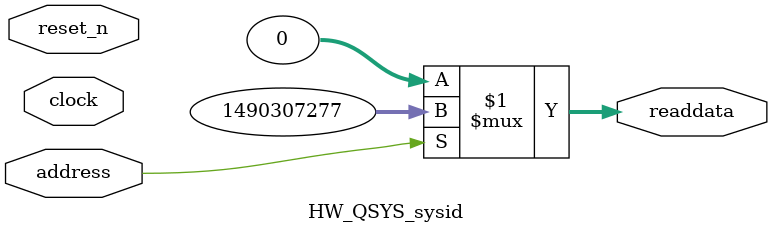
<source format=v>



// synthesis translate_off
`timescale 1ns / 1ps
// synthesis translate_on

// turn off superfluous verilog processor warnings 
// altera message_level Level1 
// altera message_off 10034 10035 10036 10037 10230 10240 10030 

module HW_QSYS_sysid (
               // inputs:
                address,
                clock,
                reset_n,

               // outputs:
                readdata
             )
;

  output  [ 31: 0] readdata;
  input            address;
  input            clock;
  input            reset_n;

  wire    [ 31: 0] readdata;
  //control_slave, which is an e_avalon_slave
  assign readdata = address ? 1490307277 : 0;

endmodule




</source>
